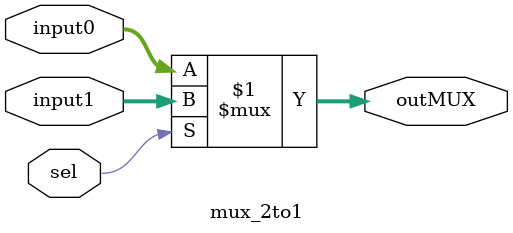
<source format=sv>
module mux_2to1 #(
    parameter N = 32
)(
    input logic [N-1:0] input0, 
    input logic [N-1:0] input1,  
    input logic sel,                
    output logic [N-1:0] outMUX     
);

    assign outMUX = (sel) ? input1 : input0;

endmodule

</source>
